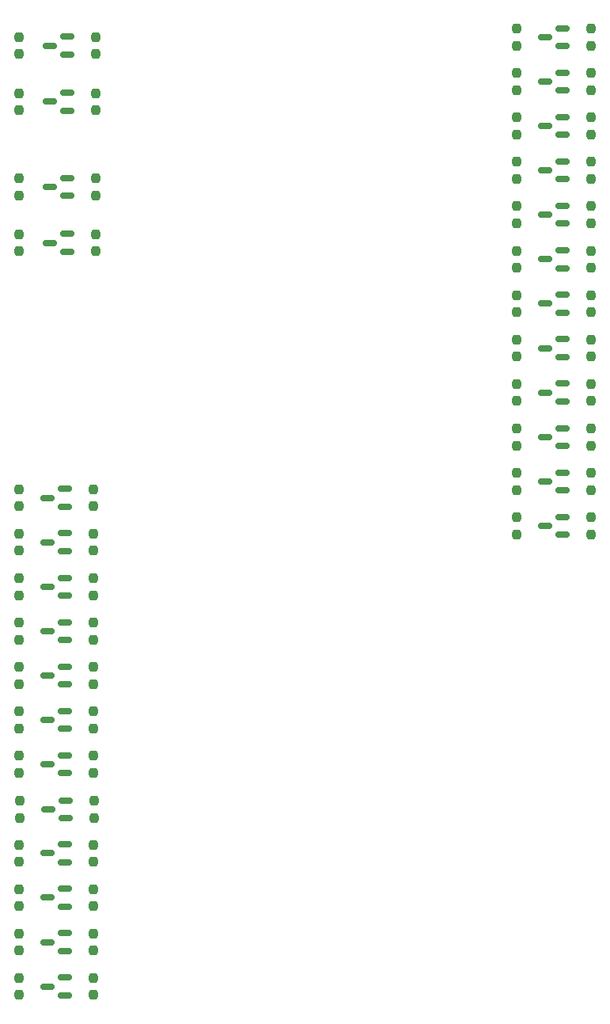
<source format=gbr>
%TF.GenerationSoftware,KiCad,Pcbnew,(6.0.7)*%
%TF.CreationDate,2022-10-24T13:35:24+01:00*%
%TF.ProjectId,Interface,496e7465-7266-4616-9365-2e6b69636164,rev?*%
%TF.SameCoordinates,Original*%
%TF.FileFunction,Paste,Top*%
%TF.FilePolarity,Positive*%
%FSLAX46Y46*%
G04 Gerber Fmt 4.6, Leading zero omitted, Abs format (unit mm)*
G04 Created by KiCad (PCBNEW (6.0.7)) date 2022-10-24 13:35:24*
%MOMM*%
%LPD*%
G01*
G04 APERTURE LIST*
G04 Aperture macros list*
%AMRoundRect*
0 Rectangle with rounded corners*
0 $1 Rounding radius*
0 $2 $3 $4 $5 $6 $7 $8 $9 X,Y pos of 4 corners*
0 Add a 4 corners polygon primitive as box body*
4,1,4,$2,$3,$4,$5,$6,$7,$8,$9,$2,$3,0*
0 Add four circle primitives for the rounded corners*
1,1,$1+$1,$2,$3*
1,1,$1+$1,$4,$5*
1,1,$1+$1,$6,$7*
1,1,$1+$1,$8,$9*
0 Add four rect primitives between the rounded corners*
20,1,$1+$1,$2,$3,$4,$5,0*
20,1,$1+$1,$4,$5,$6,$7,0*
20,1,$1+$1,$6,$7,$8,$9,0*
20,1,$1+$1,$8,$9,$2,$3,0*%
G04 Aperture macros list end*
%ADD10RoundRect,0.237500X-0.237500X0.250000X-0.237500X-0.250000X0.237500X-0.250000X0.237500X0.250000X0*%
%ADD11RoundRect,0.237500X0.237500X-0.250000X0.237500X0.250000X-0.237500X0.250000X-0.237500X-0.250000X0*%
%ADD12RoundRect,0.150000X0.587500X0.150000X-0.587500X0.150000X-0.587500X-0.150000X0.587500X-0.150000X0*%
G04 APERTURE END LIST*
D10*
%TO.C,R21*%
X25000000Y-81587500D03*
X25000000Y-83412500D03*
%TD*%
%TO.C,R40*%
X78250000Y-46587500D03*
X78250000Y-48412500D03*
%TD*%
D11*
%TO.C,R12*%
X33000000Y-69162500D03*
X33000000Y-67337500D03*
%TD*%
%TO.C,R35*%
X86250000Y-34162500D03*
X86250000Y-32337500D03*
%TD*%
D12*
%TO.C,Q3*%
X30187500Y-37200000D03*
X30187500Y-35300000D03*
X28312500Y-36250000D03*
%TD*%
D10*
%TO.C,R37*%
X78250000Y-41837500D03*
X78250000Y-43662500D03*
%TD*%
D11*
%TO.C,R1*%
X33250000Y-16075000D03*
X33250000Y-14250000D03*
%TD*%
%TO.C,R36*%
X86250000Y-48412500D03*
X86250000Y-46587500D03*
%TD*%
D12*
%TO.C,Q7*%
X29937500Y-73950000D03*
X29937500Y-72050000D03*
X28062500Y-73000000D03*
%TD*%
D11*
%TO.C,R41*%
X86250000Y-24662500D03*
X86250000Y-22837500D03*
%TD*%
D12*
%TO.C,Q11*%
X29937500Y-92950000D03*
X29937500Y-91050000D03*
X28062500Y-92000000D03*
%TD*%
D11*
%TO.C,R33*%
X86250000Y-43662500D03*
X86250000Y-41837500D03*
%TD*%
D12*
%TO.C,Q26*%
X83187500Y-67450000D03*
X83187500Y-65550000D03*
X81312500Y-66500000D03*
%TD*%
D11*
%TO.C,R53*%
X86250000Y-53162500D03*
X86250000Y-51337500D03*
%TD*%
D12*
%TO.C,Q18*%
X83187500Y-38950000D03*
X83187500Y-37050000D03*
X81312500Y-38000000D03*
%TD*%
D11*
%TO.C,R6*%
X25000000Y-22075000D03*
X25000000Y-20250000D03*
%TD*%
D10*
%TO.C,R47*%
X78250000Y-22837500D03*
X78250000Y-24662500D03*
%TD*%
D12*
%TO.C,Q17*%
X83187500Y-43700000D03*
X83187500Y-41800000D03*
X81312500Y-42750000D03*
%TD*%
D10*
%TO.C,R31*%
X25000000Y-110087500D03*
X25000000Y-111912500D03*
%TD*%
D12*
%TO.C,Q15*%
X29937500Y-111950000D03*
X29937500Y-110050000D03*
X28062500Y-111000000D03*
%TD*%
%TO.C,Q23*%
X83187500Y-15200000D03*
X83187500Y-13300000D03*
X81312500Y-14250000D03*
%TD*%
D10*
%TO.C,R24*%
X25000000Y-86337500D03*
X25000000Y-88162500D03*
%TD*%
D11*
%TO.C,R18*%
X33062500Y-97712500D03*
X33062500Y-95887500D03*
%TD*%
D10*
%TO.C,R22*%
X25062500Y-95887500D03*
X25062500Y-97712500D03*
%TD*%
%TO.C,R23*%
X25000000Y-91087500D03*
X25000000Y-92912500D03*
%TD*%
%TO.C,R32*%
X25000000Y-105337500D03*
X25000000Y-107162500D03*
%TD*%
D11*
%TO.C,R25*%
X33000000Y-102412500D03*
X33000000Y-100587500D03*
%TD*%
D12*
%TO.C,Q2*%
X30187500Y-22112500D03*
X30187500Y-20212500D03*
X28312500Y-21162500D03*
%TD*%
%TO.C,Q8*%
X29937500Y-69200000D03*
X29937500Y-67300000D03*
X28062500Y-68250000D03*
%TD*%
D10*
%TO.C,R55*%
X78250000Y-51337500D03*
X78250000Y-53162500D03*
%TD*%
D12*
%TO.C,Q14*%
X29937500Y-116700000D03*
X29937500Y-114800000D03*
X28062500Y-115750000D03*
%TD*%
D11*
%TO.C,R42*%
X86250000Y-19912500D03*
X86250000Y-18087500D03*
%TD*%
D10*
%TO.C,R30*%
X25000000Y-114837500D03*
X25000000Y-116662500D03*
%TD*%
%TO.C,R38*%
X78250000Y-37087500D03*
X78250000Y-38912500D03*
%TD*%
D12*
%TO.C,Q4*%
X30187500Y-31200000D03*
X30187500Y-29300000D03*
X28312500Y-30250000D03*
%TD*%
D10*
%TO.C,R29*%
X25000000Y-100587500D03*
X25000000Y-102412500D03*
%TD*%
D12*
%TO.C,Q12*%
X29937500Y-88200000D03*
X29937500Y-86300000D03*
X28062500Y-87250000D03*
%TD*%
%TO.C,Q21*%
X83187500Y-24700000D03*
X83187500Y-22800000D03*
X81312500Y-23750000D03*
%TD*%
%TO.C,Q20*%
X83187500Y-48450000D03*
X83187500Y-46550000D03*
X81312500Y-47500000D03*
%TD*%
%TO.C,Q16*%
X29937500Y-107200000D03*
X29937500Y-105300000D03*
X28062500Y-106250000D03*
%TD*%
D11*
%TO.C,R11*%
X33000000Y-73912500D03*
X33000000Y-72087500D03*
%TD*%
%TO.C,R43*%
X86250000Y-15162500D03*
X86250000Y-13337500D03*
%TD*%
%TO.C,R44*%
X86250000Y-29412500D03*
X86250000Y-27587500D03*
%TD*%
D10*
%TO.C,R48*%
X78250000Y-18087500D03*
X78250000Y-19912500D03*
%TD*%
%TO.C,R5*%
X25000000Y-14250000D03*
X25000000Y-16075000D03*
%TD*%
%TO.C,R49*%
X78250000Y-13337500D03*
X78250000Y-15162500D03*
%TD*%
D12*
%TO.C,Q28*%
X83187500Y-62700000D03*
X83187500Y-60800000D03*
X81312500Y-61750000D03*
%TD*%
D10*
%TO.C,R52*%
X78250000Y-65587500D03*
X78250000Y-67412500D03*
%TD*%
%TO.C,R15*%
X25000000Y-72087500D03*
X25000000Y-73912500D03*
%TD*%
D11*
%TO.C,R4*%
X33250000Y-31162500D03*
X33250000Y-29337500D03*
%TD*%
%TO.C,R28*%
X33000000Y-107162500D03*
X33000000Y-105337500D03*
%TD*%
%TO.C,R9*%
X33000000Y-64412500D03*
X33000000Y-62587500D03*
%TD*%
%TO.C,R7*%
X25000000Y-37162500D03*
X25000000Y-35337500D03*
%TD*%
D10*
%TO.C,R14*%
X25000000Y-76837500D03*
X25000000Y-78662500D03*
%TD*%
D11*
%TO.C,R34*%
X86250000Y-38912500D03*
X86250000Y-37087500D03*
%TD*%
D12*
%TO.C,Q5*%
X29937500Y-64450000D03*
X29937500Y-62550000D03*
X28062500Y-63500000D03*
%TD*%
%TO.C,Q22*%
X83187500Y-19950000D03*
X83187500Y-18050000D03*
X81312500Y-19000000D03*
%TD*%
%TO.C,Q25*%
X83187500Y-57950000D03*
X83187500Y-56050000D03*
X81312500Y-57000000D03*
%TD*%
D11*
%TO.C,R20*%
X33000000Y-88162500D03*
X33000000Y-86337500D03*
%TD*%
%TO.C,R3*%
X33250000Y-37162500D03*
X33250000Y-35337500D03*
%TD*%
%TO.C,R26*%
X33000000Y-116662500D03*
X33000000Y-114837500D03*
%TD*%
D10*
%TO.C,R13*%
X25000000Y-62587500D03*
X25000000Y-64412500D03*
%TD*%
D12*
%TO.C,Q24*%
X83187500Y-29450000D03*
X83187500Y-27550000D03*
X81312500Y-28500000D03*
%TD*%
D10*
%TO.C,R50*%
X78250000Y-27587500D03*
X78250000Y-29412500D03*
%TD*%
%TO.C,R56*%
X78250000Y-60837500D03*
X78250000Y-62662500D03*
%TD*%
D12*
%TO.C,Q13*%
X29937500Y-102450000D03*
X29937500Y-100550000D03*
X28062500Y-101500000D03*
%TD*%
D11*
%TO.C,R46*%
X86250000Y-67412500D03*
X86250000Y-65587500D03*
%TD*%
%TO.C,R19*%
X33000000Y-92912500D03*
X33000000Y-91087500D03*
%TD*%
D12*
%TO.C,Q9*%
X29937500Y-83450000D03*
X29937500Y-81550000D03*
X28062500Y-82500000D03*
%TD*%
D11*
%TO.C,R54*%
X86250000Y-62662500D03*
X86250000Y-60837500D03*
%TD*%
D12*
%TO.C,Q10*%
X30000000Y-97750000D03*
X30000000Y-95850000D03*
X28125000Y-96800000D03*
%TD*%
D10*
%TO.C,R16*%
X25000000Y-67337500D03*
X25000000Y-69162500D03*
%TD*%
D12*
%TO.C,Q6*%
X29937500Y-78700000D03*
X29937500Y-76800000D03*
X28062500Y-77750000D03*
%TD*%
D10*
%TO.C,R51*%
X78250000Y-56087500D03*
X78250000Y-57912500D03*
%TD*%
D11*
%TO.C,R27*%
X33000000Y-111912500D03*
X33000000Y-110087500D03*
%TD*%
D12*
%TO.C,Q1*%
X30187500Y-16112500D03*
X30187500Y-14212500D03*
X28312500Y-15162500D03*
%TD*%
D11*
%TO.C,R45*%
X86250000Y-57912500D03*
X86250000Y-56087500D03*
%TD*%
D10*
%TO.C,R39*%
X78250000Y-32337500D03*
X78250000Y-34162500D03*
%TD*%
D12*
%TO.C,Q27*%
X83187500Y-53200000D03*
X83187500Y-51300000D03*
X81312500Y-52250000D03*
%TD*%
D10*
%TO.C,R8*%
X25000000Y-29337500D03*
X25000000Y-31162500D03*
%TD*%
D11*
%TO.C,R10*%
X33000000Y-78662500D03*
X33000000Y-76837500D03*
%TD*%
%TO.C,R2*%
X33250000Y-22075000D03*
X33250000Y-20250000D03*
%TD*%
D12*
%TO.C,Q19*%
X83187500Y-34200000D03*
X83187500Y-32300000D03*
X81312500Y-33250000D03*
%TD*%
D11*
%TO.C,R17*%
X33000000Y-83412500D03*
X33000000Y-81587500D03*
%TD*%
M02*

</source>
